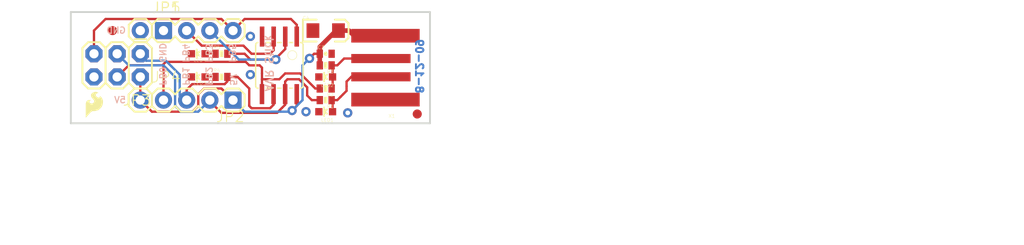
<source format=kicad_pcb>
(kicad_pcb (version 20211014) (generator pcbnew)
  (layers (0 "F.Cu" signal) (31 "B.Cu" signal) (34 "B.Paste" user) (35 "F.Paste" user) (36 "B.SilkS" user "B.Silkscreen") (37 "F.SilkS" user "F.Silkscreen") (38 "B.Mask" user) (39 "F.Mask" user) (44 "Edge.Cuts" user))
  (net 0 "")
  (net 1 "GND")
  (net 2 "VCC")
  (net 3 "N$7")
  (net 4 "N$9")
  (net 5 "D+")
  (net 6 "D-")
  (net 7 "USB-D-")
  (net 8 "USB-D+")
  (net 9 "D1")
  (net 10 "D3")
  (net 11 "D4")
  (net 12 "RST")
  (footprint "boardEagle:1X01" (layer "F.Cu") (at 136.4361 108.5596)
    (fp_text reference "JP4" (at 1.1938 -1.8288) (layer "F.SilkS") (effects (font (size 1.1684 1.1684) (thickness 0.1016)) (justify left bottom)))
    (fp_text value "M01PTH")
    (fp_line (start 1.27 -0.635) (end 0.635 -1.27) (layer "F.SilkS") (width 0.2032))
    (fp_line (start -1.27 -0.635) (end -1.27 0.635) (layer "F.SilkS") (width 0.2032))
    (fp_line (start -1.27 0.635) (end -0.635 1.27) (layer "F.SilkS") (width 0.2032))
    (fp_line (start 0.635 1.27) (end 1.27 0.635) (layer "F.SilkS") (width 0.2032))
    (fp_line (start -0.635 -1.27) (end -1.27 -0.635) (layer "F.SilkS") (width 0.2032))
    (fp_line (start 1.27 0.635) (end 1.27 -0.635) (layer "F.SilkS") (width 0.2032))
    (fp_line (start 0.635 -1.27) (end -0.635 -1.27) (layer "F.SilkS") (width 0.2032))
    (fp_line (start -0.635 1.27) (end 0.635 1.27) (layer "F.SilkS") (width 0.2032))
    (pad "1" thru_hole circle (at 0 0 90) (size 1.8796 1.8796) (drill 1.016) (layers *.Cu *.Mask) (net 2 "VCC"))
  )
  (footprint "boardEagle:0402-RES" (layer "F.Cu") (at 156.7561 108.5596 180)
    (fp_text reference "R1" (at -0.889 -0.6985) (layer "F.SilkS") (effects (font (size 0.376489 0.376489) (thickness 0.029911)) (justify right)))
    (fp_text value "68")
    (fp_poly (pts (xy -0.2032 0.3556) (xy 0.2032 0.3556) (xy 0.2032 -0.3556) (xy -0.2032 -0.3556)) (layer "F.SilkS") (width 0) (fill solid))
    (pad "1" smd rect (at -0.65 0 180) (size 0.7 0.9) (layers "F.Cu" "F.Paste" "F.Mask") (net 8 "USB-D+"))
    (pad "2" smd rect (at 0.65 0 180) (size 0.7 0.9) (layers "F.Cu" "F.Paste" "F.Mask") (net 5 "D+"))
  )
  (footprint "boardEagle:CREATIVE_COMMONS" (layer "F.Cu") (at 150.4061 121.2596)
    (fp_text reference "U$4" hide)
    (fp_text value "CREATIVE_COMMONS" hide)
  )
  (footprint "boardEagle:0402-RES" (layer "F.Cu") (at 156.7561 107.2896 180)
    (fp_text reference "R2" (at -0.889 -0.6985) (layer "F.SilkS") (effects (font (size 0.376489 0.376489) (thickness 0.029911)) (justify right)))
    (fp_text value "68")
    (fp_poly (pts (xy -0.2032 0.3556) (xy 0.2032 0.3556) (xy 0.2032 -0.3556) (xy -0.2032 -0.3556)) (layer "F.SilkS") (width 0) (fill solid))
    (pad "1" smd rect (at -0.65 0 180) (size 0.7 0.9) (layers "F.Cu" "F.Paste" "F.Mask") (net 7 "USB-D-"))
    (pad "2" smd rect (at 0.65 0 180) (size 0.7 0.9) (layers "F.Cu" "F.Paste" "F.Mask") (net 6 "D-"))
  )
  (footprint "boardEagle:0402-CAP" (layer "F.Cu") (at 156.7561 103.4796)
    (fp_text reference "C3" (at -0.889 -0.6985) (layer "F.SilkS") (effects (font (size 0.376489 0.376489) (thickness 0.029911)) (justify left)))
    (fp_text value "0.1uF")
    (fp_line (start 0 -0.0305) (end 0 0.0305) (layer "F.SilkS") (width 0.4064))
    (pad "1" smd rect (at -0.65 0) (size 0.7 0.9) (layers "F.Cu" "F.Paste" "F.Mask") (net 2 "VCC"))
    (pad "2" smd rect (at 0.65 0) (size 0.7 0.9) (layers "F.Cu" "F.Paste" "F.Mask") (net 1 "GND"))
  )
  (footprint "boardEagle:FIDUCIAL-1X2" (layer "F.Cu") (at 166.7891 110.0836)
    (fp_text reference "U$2" hide)
    (fp_text value "FIDUCIAL1X2" hide)
    (pad "1" smd roundrect (at 0 0) (size 1 1) (layers "F.Cu" "F.Mask") (roundrect_rratio 0.5))
  )
  (footprint "boardEagle:1X04" (layer "F.Cu") (at 138.9761 100.9396)
    (fp_text reference "JP1" (at -1.3462 -1.8288) (layer "F.SilkS") (effects (font (size 1.143 1.143) (thickness 0.127)) (justify left bottom)))
    (fp_text value "")
    (fp_line (start 0.635 -1.27) (end 1.27 -0.635) (layer "F.SilkS") (width 0.2032))
    (fp_line (start 6.985 -1.27) (end 6.35 -0.635) (layer "F.SilkS") (width 0.2032))
    (fp_line (start 1.27 -0.635) (end 1.905 -1.27) (layer "F.SilkS") (width 0.2032))
    (fp_line (start -0.635 -1.27) (end -1.27 -0.635) (layer "F.SilkS") (width 0.2032))
    (fp_line (start 1.27 0.635) (end 0.635 1.27) (layer "F.SilkS") (width 0.2032))
    (fp_line (start 3.81 -0.635) (end 4.445 -1.27) (layer "F.SilkS") (width 0.2032))
    (fp_line (start -0.635 -1.27) (end 0.635 -1.27) (layer "F.SilkS") (width 0.2032))
    (fp_line (start -1.27 -0.635) (end -1.27 0.635) (layer "F.SilkS") (width 0.2032))
    (fp_line (start 6.35 0.635) (end 5.715 1.27) (layer "F.SilkS") (width 0.2032))
    (fp_line (start 3.81 0.635) (end 3.175 1.27) (layer "F.SilkS") (width 0.2032))
    (fp_line (start 6.985 -1.27) (end 8.255 -1.27) (layer "F.SilkS") (width 0.2032))
    (fp_line (start 5.715 1.27) (end 4.445 1.27) (layer "F.SilkS") (width 0.2032))
    (fp_line (start 1.905 -1.27) (end 3.175 -1.27) (layer "F.SilkS") (width 0.2032))
    (fp_line (start 0.635 1.27) (end -0.635 1.27) (layer "F.SilkS") (width 0.2032))
    (fp_line (start -1.27 0.635) (end -0.635 1.27) (layer "F.SilkS") (width 0.2032))
    (fp_line (start 8.89 -0.635) (end 8.89 0.635) (layer "F.SilkS") (width 0.2032))
    (fp_line (start 8.255 1.27) (end 6.985 1.27) (layer "F.SilkS") (width 0.2032))
    (fp_line (start 3.175 -1.27) (end 3.81 -0.635) (layer "F.SilkS") (width 0.2032))
    (fp_line (start 4.445 1.27) (end 3.81 0.635) (layer "F.SilkS") (width 0.2032))
    (fp_line (start 4.445 -1.27) (end 5.715 -1.27) (layer "F.SilkS") (width 0.2032))
    (fp_line (start 8.255 -1.27) (end 8.89 -0.635) (layer "F.SilkS") (width 0.2032))
    (fp_line (start 6.35 0.635) (end 6.985 1.27) (layer "F.SilkS") (width 0.2032))
    (fp_line (start 8.89 0.635) (end 8.255 1.27) (layer "F.SilkS") (width 0.2032))
    (fp_line (start 1.905 1.27) (end 1.27 0.635) (layer "F.SilkS") (width 0.2032))
    (fp_line (start 5.715 -1.27) (end 6.35 -0.635) (layer "F.SilkS") (width 0.2032))
    (fp_line (start 3.175 1.27) (end 1.905 1.27) (layer "F.SilkS") (width 0.2032))
    (pad "1" thru_hole rect (at 0 0 90) (size 1.8796 1.8796) (drill 1.016) (layers *.Cu *.Mask) (net 1 "GND"))
    (pad "2" thru_hole circle (at 2.54 0 90) (size 1.8796 1.8796) (drill 1.016) (layers *.Cu *.Mask) (net 11 "D4"))
    (pad "3" thru_hole circle (at 5.08 0 90) (size 1.8796 1.8796) (drill 1.016) (layers *.Cu *.Mask) (net 10 "D3"))
    (pad "4" thru_hole circle (at 7.62 0 90) (size 1.8796 1.8796) (drill 1.016) (layers *.Cu *.Mask) (net 12 "RST"))
  )
  (footprint "boardEagle:LED-0603" (layer "F.Cu") (at 142.7861 106.0196 90)
    (fp_text reference "LED3" (at -0.6985 0.889) (layer "F.SilkS") (effects (font (size 0.376489 0.376489) (thickness 0.029911)) (justify right)))
    (fp_text value "White?")
    (fp_line (start -0.46 -0.17) (end 0 -0.17) (layer "F.SilkS") (width 0.2032))
    (fp_line (start -0.0254 -0.1546) (end -0.2184 0.14) (layer "F.SilkS") (width 0.2032))
    (fp_line (start 0.46 -0.17) (end 0 -0.17) (layer "F.SilkS") (width 0.2032))
    (fp_line (start 0 -0.17) (end 0.2338 0.14) (layer "F.SilkS") (width 0.2032))
    (pad "A" smd rect (at 0 0.75 90) (size 0.8 0.8) (layers "F.Cu" "F.Paste" "F.Mask") (net 3 "N$7"))
    (pad "C" smd rect (at 0 -0.75 90) (size 0.8 0.8) (layers "F.Cu" "F.Paste" "F.Mask") (net 1 "GND"))
  )
  (footprint "boardEagle:LED-0603" (layer "F.Cu") (at 142.7861 103.4796 90)
    (fp_text reference "LED4" (at -0.6985 0.889) (layer "F.SilkS") (effects (font (size 0.376489 0.376489) (thickness 0.029911)) (justify right)))
    (fp_text value "Yellow")
    (fp_line (start -0.46 -0.17) (end 0 -0.17) (layer "F.SilkS") (width 0.2032))
    (fp_line (start -0.0254 -0.1546) (end -0.2184 0.14) (layer "F.SilkS") (width 0.2032))
    (fp_line (start 0.46 -0.17) (end 0 -0.17) (layer "F.SilkS") (width 0.2032))
    (fp_line (start 0 -0.17) (end 0.2338 0.14) (layer "F.SilkS") (width 0.2032))
    (pad "A" smd rect (at 0 0.75 90) (size 0.8 0.8) (layers "F.Cu" "F.Paste" "F.Mask") (net 4 "N$9"))
    (pad "C" smd rect (at 0 -0.75 90) (size 0.8 0.8) (layers "F.Cu" "F.Paste" "F.Mask") (net 1 "GND"))
  )
  (footprint "boardEagle:0402-RES" (layer "F.Cu") (at 145.3261 106.0196)
    (fp_text reference "R4" (at -0.889 -0.6985) (layer "F.SilkS") (effects (font (size 0.376489 0.376489) (thickness 0.029911)) (justify left)))
    (fp_text value "470")
    (fp_poly (pts (xy -0.2032 0.3556) (xy 0.2032 0.3556) (xy 0.2032 -0.3556) (xy -0.2032 -0.3556)) (layer "F.SilkS") (width 0) (fill solid))
    (pad "1" smd rect (at -0.65 0) (size 0.7 0.9) (layers "F.Cu" "F.Paste" "F.Mask") (net 3 "N$7"))
    (pad "2" smd rect (at 0.65 0) (size 0.7 0.9) (layers "F.Cu" "F.Paste" "F.Mask") (net 9 "D1"))
  )
  (footprint "boardEagle:2X3" (layer "F.Cu") (at 136.4361 103.4796 180)
    (fp_text reference "JP3" (at -1.27 -4.445 180) (layer "F.SilkS") (effects (font (size 1.143 1.143) (thickness 0.127)) (justify right top)))
    (fp_text value "AVR_SPI_PRG_6PTH")
    (fp_line (start 5.715 1.27) (end 6.35 0.635) (layer "F.SilkS") (width 0.2032))
    (fp_line (start -1.27 0.635) (end -1.27 -3.175) (layer "F.SilkS") (width 0.2032))
    (fp_line (start 3.81 -3.175) (end 4.445 -3.81) (layer "F.SilkS") (width 0.2032))
    (fp_line (start 1.27 -3.175) (end 1.905 -3.81) (layer "F.SilkS") (width 0.2032))
    (fp_line (start 3.81 0.635) (end 4.445 1.27) (layer "F.SilkS") (width 0.2032))
    (fp_line (start -1.27 0.635) (end -0.635 1.27) (layer "F.SilkS") (width 0.2032))
    (fp_line (start 4.445 1.27) (end 5.715 1.27) (layer "F.SilkS") (width 0.2032))
    (fp_line (start -0.635 -3.81) (end 0.635 -3.81) (layer "F.SilkS") (width 0.2032))
    (fp_line (start 0.635 1.605) (end -0.635 1.605) (layer "F.SilkS") (width 0.2032))
    (fp_line (start 0.635 -3.81) (end 1.27 -3.175) (layer "F.SilkS") (width 0.2032))
    (fp_line (start 3.175 -3.81) (end 3.81 -3.175) (layer "F.SilkS") (width 0.2032))
    (fp_line (start 6.35 -3.175) (end 6.35 0.635) (layer "F.SilkS") (width 0.2032))
    (fp_line (start 5.715 -3.81) (end 6.35 -3.175) (layer "F.SilkS") (width 0.2032))
    (fp_line (start 1.27 -3.175) (end 1.27 0.635) (layer "F.SilkS") (width 0.2032))
    (fp_line (start 0.635 1.27) (end 1.27 0.635) (layer "F.SilkS") (width 0.2032))
    (fp_line (start -0.635 1.27) (end 0.635 1.27) (layer "F.SilkS") (width 0.2032))
    (fp_line (start 1.905 1.27) (end 3.175 1.27) (layer "F.SilkS") (width 0.2032))
    (fp_line (start 3.81 -3.175) (end 3.81 0.635) (layer "F.SilkS") (width 0.2032))
    (fp_line (start 3.175 1.27) (end 3.81 0.635) (layer "F.SilkS") (width 0.2032))
    (fp_line (start 4.445 -3.81) (end 5.715 -3.81) (layer "F.SilkS") (width 0.2032))
    (fp_line (start -1.27 -3.175) (end -0.635 -3.81) (layer "F.SilkS") (width 0.2032))
    (fp_line (start 1.905 -3.81) (end 3.175 -3.81) (layer "F.SilkS") (width 0.2032))
    (fp_line (start 1.27 0.635) (end 1.905 1.27) (layer "F.SilkS") (width 0.2032))
    (pad "1" thru_hole roundrect (at 0 0 180) (size 1.8796 1.8796) (drill 1.016) (layers *.Cu *.Mask) (chamfer_ratio 0.2928932188) (chamfer top_left top_right bottom_left bottom_right) (net 9 "D1"))
    (pad "2" thru_hole roundrect (at 0 -2.54 180) (size 1.8796 1.8796) (drill 1.016) (layers *.Cu *.Mask) (chamfer_ratio 0.2928932188) (chamfer top_left top_right bottom_left bottom_right) (net 2 "VCC"))
    (pad "3" thru_hole roundrect (at 2.54 0 180) (size 1.8796 1.8796) (drill 1.016) (layers *.Cu *.Mask) (chamfer_ratio 0.2928932188) (chamfer top_left top_right bottom_left bottom_right) (net 5 "D+"))
    (pad "4" thru_hole roundrect (at 2.54 -2.54 180) (size 1.8796 1.8796) (drill 1.016) (layers *.Cu *.Mask) (chamfer_ratio 0.2928932188) (chamfer top_left top_right bottom_left bottom_right) (net 6 "D-"))
    (pad "5" thru_hole roundrect (at 5.08 0 180) (size 1.8796 1.8796) (drill 1.016) (layers *.Cu *.Mask) (chamfer_ratio 0.2928932188) (chamfer top_left top_right bottom_left bottom_right) (net 12 "RST"))
    (pad "6" thru_hole roundrect (at 5.08 -2.54 180) (size 1.8796 1.8796) (drill 1.016) (layers *.Cu *.Mask) (chamfer_ratio 0.2928932188) (chamfer top_left top_right bottom_left bottom_right) (net 1 "GND"))
  )
  (footprint "boardEagle:0402-RES" (layer "F.Cu") (at 145.3261 103.4796)
    (fp_text reference "R5" (at -0.889 -0.6985) (layer "F.SilkS") (effects (font (size 0.376489 0.376489) (thickness 0.029911)) (justify left)))
    (fp_text value "470")
    (fp_poly (pts (xy -0.2032 0.3556) (xy 0.2032 0.3556) (xy 0.2032 -0.3556) (xy -0.2032 -0.3556)) (layer "F.SilkS") (width 0) (fill solid))
    (pad "1" smd rect (at -0.65 0) (size 0.7 0.9) (layers "F.Cu" "F.Paste" "F.Mask") (net 4 "N$9"))
    (pad "2" smd rect (at 0.65 0) (size 0.7 0.9) (layers "F.Cu" "F.Paste" "F.Mask") (net 10 "D3"))
  )
  (footprint "boardEagle:FIDUCIAL-1X2" (layer "F.Cu") (at 133.3881 100.9396)
    (fp_text reference "U$3" hide)
    (fp_text value "FIDUCIAL1X2" hide)
    (pad "1" smd roundrect (at 0 0) (size 1 1) (layers "F.Cu" "F.Mask") (roundrect_rratio 0.5))
  )
  (footprint "boardEagle:1X01" (layer "F.Cu") (at 136.4361 100.9396)
    (fp_text reference "JP5" (at 1.1938 -1.8288) (layer "F.SilkS") (effects (font (size 1.1684 1.1684) (thickness 0.1016)) (justify left bottom)))
    (fp_text value "M01PTH")
    (fp_line (start 0.635 -1.27) (end -0.635 -1.27) (layer "F.SilkS") (width 0.2032))
    (fp_line (start 1.27 -0.635) (end 0.635 -1.27) (layer "F.SilkS") (width 0.2032))
    (fp_line (start -1.27 -0.635) (end -1.27 0.635) (layer "F.SilkS") (width 0.2032))
    (fp_line (start -0.635 -1.27) (end -1.27 -0.635) (layer "F.SilkS") (width 0.2032))
    (fp_line (start 0.635 1.27) (end 1.27 0.635) (layer "F.SilkS") (width 0.2032))
    (fp_line (start 1.27 0.635) (end 1.27 -0.635) (layer "F.SilkS") (width 0.2032))
    (fp_line (start -0.635 1.27) (end 0.635 1.27) (layer "F.SilkS") (width 0.2032))
    (fp_line (start -1.27 0.635) (end -0.635 1.27) (layer "F.SilkS") (width 0.2032))
    (pad "1" thru_hole circle (at 0 0 90) (size 1.8796 1.8796) (drill 1.016) (layers *.Cu *.Mask) (net 1 "GND"))
  )
  (footprint "boardEagle:LED-0603" (layer "F.Cu") (at 156.7561 109.8296 90)
    (fp_text reference "LED1" (at -0.6985 0.889 180) (layer "F.SilkS") (effects (font (size 0.373888 0.373888) (thickness 0.032512)) (justify right top)))
    (fp_text value "Blue")
    (fp_line (start 0.46 -0.17) (end 0 -0.17) (layer "F.SilkS") (width 0.2032))
    (fp_line (start -0.0254 -0.1546) (end -0.2184 0.14) (layer "F.SilkS") (width 0.2032))
    (fp_line (start -0.46 -0.17) (end 0 -0.17) (layer "F.SilkS") (width 0.2032))
    (fp_line (start 0 -0.17) (end 0.2338 0.14) (layer "F.SilkS") (width 0.2032))
    (pad "A" smd rect (at 0 0.75 90) (size 0.8 0.8) (layers "F.Cu" "F.Paste" "F.Mask") (net 8 "USB-D+"))
    (pad "C" smd rect (at 0 -0.75 90) (size 0.8 0.8) (layers "F.Cu" "F.Paste" "F.Mask") (net 1 "GND"))
  )
  (footprint "boardEagle:1X04" (layer "F.Cu") (at 146.5961 108.5596 180)
    (fp_text reference "JP2" (at -1.3462 -1.8288) (layer "F.SilkS") (effects (font (size 1.1557 1.1557) (thickness 0.1143)) (justify right)))
    (fp_text value "")
    (fp_line (start 6.35 0.635) (end 5.715 1.27) (layer "F.SilkS") (width 0.2032))
    (fp_line (start 5.715 -1.27) (end 6.35 -0.635) (layer "F.SilkS") (width 0.2032))
    (fp_line (start 5.715 1.27) (end 4.445 1.27) (layer "F.SilkS") (width 0.2032))
    (fp_line (start 1.905 1.27) (end 1.27 0.635) (layer "F.SilkS") (width 0.2032))
    (fp_line (start 0.635 1.27) (end -0.635 1.27) (layer "F.SilkS") (width 0.2032))
    (fp_line (start 6.985 -1.27) (end 6.35 -0.635) (layer "F.SilkS") (width 0.2032))
    (fp_line (start -1.27 -0.635) (end -1.27 0.635) (layer "F.SilkS") (width 0.2032))
    (fp_line (start 8.255 1.27) (end 6.985 1.27) (layer "F.SilkS") (width 0.2032))
    (fp_line (start 3.81 0.635) (end 3.175 1.27) (layer "F.SilkS") (width 0.2032))
    (fp_line (start -0.635 -1.27) (end -1.27 -0.635) (layer "F.SilkS") (width 0.2032))
    (fp_line (start 4.445 1.27) (end 3.81 0.635) (layer "F.SilkS") (width 0.2032))
    (fp_line (start 6.985 -1.27) (end 8.255 -1.27) (layer "F.SilkS") (width 0.2032))
    (fp_line (start 8.255 -1.27) (end 8.89 -0.635) (layer "F.SilkS") (width 0.2032))
    (fp_line (start 1.27 -0.635) (end 1.905 -1.27) (layer "F.SilkS") (width 0.2032))
    (fp_line (start 0.635 -1.27) (end 1.27 -0.635) (layer "F.SilkS") (width 0.2032))
    (fp_line (start 3.175 1.27) (end 1.905 1.27) (layer "F.SilkS") (width 0.2032))
    (fp_line (start 1.905 -1.27) (end 3.175 -1.27) (layer "F.SilkS") (width 0.2032))
    (fp_line (start 8.89 -0.635) (end 8.89 0.635) (layer "F.SilkS") (width 0.2032))
    (fp_line (start -0.635 -1.27) (end 0.635 -1.27) (layer "F.SilkS") (width 0.2032))
    (fp_line (start 3.81 -0.635) (end 4.445 -1.27) (layer "F.SilkS") (width 0.2032))
    (fp_line (start 3.175 -1.27) (end 3.81 -0.635) (layer "F.SilkS") (width 0.2032))
    (fp_line (start 6.35 0.635) (end 6.985 1.27) (layer "F.SilkS") (width 0.2032))
    (fp_line (start 1.27 0.635) (end 0.635 1.27) (layer "F.SilkS") (width 0.2032))
    (fp_line (start 8.89 0.635) (end 8.255 1.27) (layer "F.SilkS") (width 0.2032))
    (fp_line (start -1.27 0.635) (end -0.635 1.27) (layer "F.SilkS") (width 0.2032))
    (fp_line (start 4.445 -1.27) (end 5.715 -1.27) (layer "F.SilkS") (width 0.2032))
    (pad "1" thru_hole rect (at 0 0 270) (size 1.8796 1.8796) (drill 1.016) (layers *.Cu *.Mask) (net 2 "VCC"))
    (pad "2" thru_hole circle (at 2.54 0 270) (size 1.8796 1.8796) (drill 1.016) (layers *.Cu *.Mask) (net 5 "D+"))
    (pad "3" thru_hole circle (at 5.08 0 270) (size 1.8796 1.8796) (drill 1.016) (layers *.Cu *.Mask) (net 9 "D1"))
    (pad "4" thru_hole circle (at 7.62 0 270) (size 1.8796 1.8796) (drill 1.016) (layers *.Cu *.Mask) (net 6 "D-"))
  )
  (footprint "boardEagle:USB-A-PCB" (layer "F.Cu") (at 163.1061 105.0036 180)
    (fp_text reference "X1" (at -1.27 -5.08 180) (layer "F.SilkS") (effects (font (size 0.373888 0.373888) (thickness 0.032512)) (justify right top)))
    (fp_text value "USBPCB")
    (pad "5V" smd rect (at -0.2 3.5 180) (size 7.5 1.5) (layers "F.Cu" "F.Paste" "F.Mask") (net 2 "VCC"))
    (pad "GND" smd rect (at -0.2 -3.5 180) (size 7.5 1.5) (layers "F.Cu" "F.Paste" "F.Mask") (net 1 "GND"))
    (pad "USB_M" smd rect (at 0.3 1 180) (size 6.5 1) (layers "F.Cu" "F.Paste" "F.Mask") (net 7 "USB-D-"))
    (pad "USB_P" smd rect (at 0.3 -1 180) (size 6.5 1) (layers "F.Cu" "F.Paste" "F.Mask") (net 8 "USB-D+"))
  )
  (footprint "boardEagle:SFE-LOGO-FLAME" (layer "F.Cu") (at 130.4671 110.4646)
    (fp_text reference "U$1" hide)
    (fp_text value "LOGO-SFESK" hide)
    (fp_poly (pts (xy 1.126002 -2.808203) (xy 1.215449 -2.785829) (xy 1.228477 -2.780783) (xy 1.240149 -2.774875) (xy 1.25686 -2.766576) (xy 1.275552 -2.759834) (xy 1.371694 -2.7026) (xy 1.3793 -2.7026) (xy 1.3793 -2.6772) (xy 1.306833 -2.6772) (xy 1.208418 -2.657914) (xy 1.074855 -2.495286) (xy 1.079365 -2.436825) (xy 1.12809 -2.341869) (xy 1.204666 -2.265196) (xy 1.294069 -2.200638) (xy 1.369348 -2.168824) (xy 1.450737 -2.171632) (xy 1.458864 -2.174186) (xy 1.466257 -2.177389) (xy 1.530514 -2.236956) (xy 1.5368 -2.259812) (xy 1.5368 -2.377938) (xy 1.763707 -2.148127) (xy 1.868186 -1.856841) (xy 1.871603 -1.856894) (xy 1.87806 -1.650435) (xy 1.848857 -1.45742) (xy 1.785308 -1.272842) (xy 1.6663 -1.061578) (xy 1.6663 -1.080581) (xy 1.378131 -0.80901) (xy 0.982239 -0.6985) (xy 0.753005 -0.6985) (xy 0.716201 -0.692046) (xy 0.681776 -0.679592) (xy 0.496322 -0.541784) (xy -0.0126 0.03091) (xy -0.0126 -1.52077) (xy 0.060004 -1.761967) (xy 0.168295 -1.865489) (xy 0.307122 -1.917522) (xy 0.4039 -1.925089) (xy 0.499384 -1.917623) (xy 0.55991 -1.908099) (xy 0.557788 -1.884433) (xy 0.522216 -1.885242) (xy 0.501784 -1.876141) (xy 0.420519 -1.817154) (xy 0.400722 -1.79067) (xy 0.390395 -1.7285) (xy 0.400905 -1.665229) (xy 0.421405 -1.625174) (xy 0.452343 -1.592685) (xy 0.546535 -1.54355) (xy 0.652229 -1.531742) (xy 0.742768 -1.550084) (xy 0.82422 -1.589656) (xy 0.92203 -1.754659) (xy 0.907706 -1.848844) (xy 0.850914 -1.930401) (xy 0.584707 -2.263237) (xy 0.561667 -2.510855) (xy 0.627495 -2.621556) (xy 0.629042 -2.623103) (xy 0.778901 -2.74712) (xy 1.032676 -2.817064)) (layer "F.SilkS") (width 0) (fill solid))
  )
  (footprint "boardEagle:EIA3216" (layer "F.Cu") (at 156.7561 100.9396)
    (fp_text reference "C4" (at -2.54 -1.381) (layer "F.SilkS") (effects (font (size 0.376489 0.376489) (thickness 0.029911)) (justify left)))
    (fp_text value "10uF")
    (fp_line (start 2.1 1.2) (end 2.5 0.8) (layer "F.SilkS") (width 0.2032))
    (fp_line (start 2.5 -0.8) (end 2.1 -1.2) (layer "F.SilkS") (width 0.2032))
    (fp_line (start -2.5 1.2) (end -2.5 -1.2) (layer "F.SilkS") (width 0.2032))
    (fp_line (start 2.1 -1.2) (end 1 -1.2) (layer "F.SilkS") (width 0.2032))
    (fp_line (start -2.5 -1.2) (end -1 -1.2) (layer "F.SilkS") (width 0.2032))
    (fp_line (start 2.5 0.8) (end 2.5 -0.8) (layer "F.SilkS") (width 0.2032))
    (fp_line (start -1 1.2) (end -2.5 1.2) (layer "F.SilkS") (width 0.2032))
    (fp_line (start 1 1.2) (end 2.1 1.2) (layer "F.SilkS") (width 0.2032))
    (pad "A" smd rect (at 1.4 0 90) (size 1.6 1.4) (layers "F.Cu" "F.Paste" "F.Mask") (net 2 "VCC"))
    (pad "C" smd rect (at -1.4 0 90) (size 1.6 1.4) (layers "F.Cu" "F.Paste" "F.Mask") (net 1 "GND"))
  )
  (footprint "boardEagle:0402-RES" (layer "F.Cu") (at 156.7561 104.7496 180)
    (fp_text reference "R3" (at -0.889 -0.6985) (layer "F.SilkS") (effects (font (size 0.376489 0.376489) (thickness 0.029911)) (justify right)))
    (fp_text value "1.5K")
    (fp_poly (pts (xy -0.2032 0.3556) (xy 0.2032 0.3556) (xy 0.2032 -0.3556) (xy -0.2032 -0.3556)) (layer "F.SilkS") (width 0) (fill solid))
    (pad "1" smd rect (at -0.65 0 180) (size 0.7 0.9) (layers "F.Cu" "F.Paste" "F.Mask") (net 7 "USB-D-"))
    (pad "2" smd rect (at 0.65 0 180) (size 0.7 0.9) (layers "F.Cu" "F.Paste" "F.Mask") (net 2 "VCC"))
  )
  (footprint "boardEagle:LED-0603" (layer "F.Cu") (at 156.7561 106.0196 90)
    (fp_text reference "LED2" (at -0.6985 0.889 180) (layer "F.SilkS") (effects (font (size 0.373888 0.373888) (thickness 0.032512)) (justify right top)))
    (fp_text value "Blue")
    (fp_line (start -0.0254 -0.1546) (end -0.2184 0.14) (layer "F.SilkS") (width 0.2032))
    (fp_line (start 0.46 -0.17) (end 0 -0.17) (layer "F.SilkS") (width 0.2032))
    (fp_line (start 0 -0.17) (end 0.2338 0.14) (layer "F.SilkS") (width 0.2032))
    (fp_line (start -0.46 -0.17) (end 0 -0.17) (layer "F.SilkS") (width 0.2032))
    (pad "A" smd rect (at 0 0.75 90) (size 0.8 0.8) (layers "F.Cu" "F.Paste" "F.Mask") (net 7 "USB-D-"))
    (pad "C" smd rect (at 0 -0.75 90) (size 0.8 0.8) (layers "F.Cu" "F.Paste" "F.Mask") (net 1 "GND"))
  )
  (footprint "boardEagle:SOIC8" (layer "F.Cu") (at 151.6761 104.7496 180)
    (fp_text reference "IC1" hide)
    (fp_text value "TINY85S" hide)
    (fp_line (start 2.6 2.25) (end 2.6 -2.25) (layer "F.SilkS") (width 0.1524))
    (fp_line (start -1.397 -2.5) (end -1.143 -2.5) (layer "F.SilkS") (width 0.1524))
    (fp_line (start -2.337 -2.5) (end -2.34 -2.5) (layer "F.SilkS") (width 0.1524))
    (fp_line (start 1.463 2.5) (end 1.067 2.5) (layer "F.SilkS") (width 0.1524))
    (fp_line (start 1.077 -2.5) (end 1.463 -2.5) (layer "F.SilkS") (width 0.1524))
    (fp_line (start -0.193 -2.5) (end 0.193 -2.5) (layer "F.SilkS") (width 0.1524))
    (fp_line (start -2.337 2.5) (end -2.34 2.5) (layer "F.SilkS") (width 0.1524))
    (fp_line (start -1.077 2.5) (end -1.463 2.5) (layer "F.SilkS") (width 0.1524))
    (fp_line (start 2.35 -2.5) (end 2.36 -2.5) (layer "F.SilkS") (width 0.1524))
    (fp_line (start 1.463 2.5) (end 1.067 2.5) (layer "F.SilkS") (width 0.1524))
    (fp_line (start -2.6 -2.25) (end -2.6 2.24) (layer "F.SilkS") (width 0.1524))
    (fp_line (start 0.193 2.5) (end -0.203 2.5) (layer "F.SilkS") (width 0.1524))
    (fp_line (start 2.337 -2.5) (end 2.35 -2.5) (layer "F.SilkS") (width 0.1524))
    (fp_arc (start -2.35 2.5) (mid -2.526777 2.426777) (end -2.6 2.25) (layer "F.SilkS") (width 0.1524))
    (fp_arc (start -2.6 -2.25) (mid -2.526777 -2.426777) (end -2.35 -2.5) (layer "F.SilkS") (width 0.1524))
    (fp_arc (start 2.35 -2.5) (mid 2.526777 -2.426777) (end 2.6 -2.25) (layer "F.SilkS") (width 0.1524))
    (fp_arc (start 2.6 2.25) (mid 2.526777 2.426777) (end 2.35 2.5) (layer "F.SilkS") (width 0.1524))
    (fp_circle (center -1.42 1.115) (end -0.92 1.115) (layer "F.SilkS") (width 0.0508) (fill none))
    (pad "1" smd rect (at -1.905 3.154 180) (size 0.5 2.2) (layers "F.Cu" "F.Paste" "F.Mask") (net 12 "RST"))
    (pad "2" smd rect (at -0.645 3.154 180) (size 0.5 2.2) (layers "F.Cu" "F.Paste" "F.Mask") (net 10 "D3"))
    (pad "3" smd rect (at 0.625 3.154 180) (size 0.5 2.2) (layers "F.Cu" "F.Paste" "F.Mask") (net 11 "D4"))
    (pad "4" smd rect (at 1.895 3.154 180) (size 0.5 2.2) (layers "F.Cu" "F.Paste" "F.Mask") (net 1 "GND"))
    (pad "5" smd rect (at 1.905 -3.154 180) (size 0.5 2.2) (layers "F.Cu" "F.Paste" "F.Mask") (net 6 "D-"))
    (pad "6" smd rect (at 0.635 -3.154 180) (size 0.5 2.2) (layers "F.Cu" "F.Paste" "F.Mask") (net 9 "D1"))
    (pad "7" smd rect (at -0.635 -3.154 180) (size 0.5 2.2) (layers "F.Cu" "F.Paste" "F.Mask") (net 5 "D+"))
    (pad "8" smd rect (at -1.905 -3.154 180) (size 0.5 2.2) (layers "F.Cu" "F.Paste" "F.Mask") (net 2 "VCC"))
  )
  (gr_line (start 128.8161 98.9076) (end 128.8161 111.0996) (layer "Edge.Cuts") (width 0.2032))
  (gr_line (start 168.1861 98.9076) (end 128.8161 98.9076) (layer "Edge.Cuts") (width 0.2032))
  (gr_line (start 168.1861 111.0996) (end 168.1861 98.9076) (layer "Edge.Cuts") (width 0.2032))
  (gr_line (start 128.8161 111.0996) (end 168.1861 111.0996) (layer "Edge.Cuts") (width 0.2032))
  (gr_text "8-12-09" (at 166.5351 107.9246 -90) (layer "B.Cu") (effects (font (size 0.8128 0.8128) (thickness 0.2032)) (justify left bottom mirror)))
  (gr_text "5V" (at 134.9121 108.9406) (layer "B.SilkS") (effects (font (size 0.69088 0.69088) (thickness 0.12192)) (justify left bottom mirror)))
  (gr_text "AVR Stick" (at 151.0411 101.3206 -90) (layer "B.SilkS") (effects (font (size 0.8636 0.8636) (thickness 0.1524)) (justify right top mirror)))
  (gr_text "5V" (at 146.2151 107.0356 -90) (layer "B.SilkS") (effects (font (size 0.69088 0.69088) (thickness 0.12192)) (justify left bottom mirror)))
  (gr_text "PB5" (at 146.0881 104.4956 -90) (layer "B.SilkS") (effects (font (size 0.69088 0.69088) (thickness 0.12192)) (justify left bottom mirror)))
  (gr_text "PB2" (at 143.5481 107.0356 -90) (layer "B.SilkS") (effects (font (size 0.69088 0.69088) (thickness 0.12192)) (justify left bottom mirror)))
  (gr_text "GND" (at 138.4681 104.4956 -90) (layer "B.SilkS") (effects (font (size 0.69088 0.69088) (thickness 0.12192)) (justify left bottom mirror)))
  (gr_text "PB1" (at 141.0081 107.0356 -90) (layer "B.SilkS") (effects (font (size 0.69088 0.69088) (thickness 0.12192)) (justify left bottom mirror)))
  (gr_text "PB0" (at 138.4681 107.0356 -90) (layer "B.SilkS") (effects (font (size 0.69088 0.69088) (thickness 0.12192)) (justify left bottom mirror)))
  (gr_text "PB4" (at 141.0081 104.4956 -90) (layer "B.SilkS") (effects (font (size 0.69088 0.69088) (thickness 0.12192)) (justify left bottom mirror)))
  (gr_text "PB3" (at 143.5481 104.4956 -90) (layer "B.SilkS") (effects (font (size 0.69088 0.69088) (thickness 0.12192)) (justify left bottom mirror)))
  (gr_text "GND" (at 134.9121 101.3206) (layer "B.SilkS") (effects (font (size 0.69088 0.69088) (thickness 0.12192)) (justify left bottom mirror)))
  (via (at 159.1691 109.9566) (size 1.016) (drill 0.508) (layers "F.Cu" "B.Cu") (net 1))
  (via (at 148.5011 101.5746) (size 1.016) (drill 0.508) (layers "F.Cu" "B.Cu") (net 1))
  (via (at 148.5011 105.7656) (size 1.016) (drill 0.508) (layers "F.Cu" "B.Cu") (net 1))
  (via (at 154.5971 109.8296) (size 1.016) (drill 0.508) (layers "F.Cu" "B.Cu") (net 1))
  (segment (start 159.2961 100.9396) (end 159.8601 101.5036) (width 0.508) (layer "F.Cu") (net 2))
  (segment (start 159.1691 100.9396) (end 159.2961 100.9396) (width 0.508) (layer "F.Cu") (net 2))
  (segment (start 137.7061 109.8296) (end 142.1511 109.8296) (width 0.254) (layer "F.Cu") (net 2))
  (segment (start 154.9781 103.9876) (end 155.4861 103.4796) (width 0.254) (layer "F.Cu") (net 2))
  (segment (start 159.8601 101.5036) (end 163.3061 101.5036) (width 0.508) (layer "F.Cu") (net 2))
  (segment (start 145.4531 107.4166) (end 146.5961 108.5596) (width 0.254) (layer "F.Cu") (net 2))
  (segment (start 156.1061 103.4796) (end 156.1061 104.7496) (width 0.508) (layer "F.Cu") (net 2))
  (segment (start 142.1511 109.8296) (end 142.7861 109.1946) (width 0.254) (layer "F.Cu") (net 2))
  (segment (start 145.3261 107.2896) (end 145.4531 107.4166) (width 0.254) (layer "F.Cu") (net 2))
  (segment (start 153.0731 109.7026) (end 153.5811 109.1946) (width 0.254) (layer "F.Cu") (net 2))
  (segment (start 153.5811 109.1946) (end 153.5811 107.9036) (width 0.254) (layer "F.Cu") (net 2))
  (segment (start 145.1991 107.2896) (end 145.3261 107.2896) (width 0.254) (layer "F.Cu") (net 2))
  (segment (start 143.4211 107.2896) (end 145.1991 107.2896) (width 0.254) (layer "F.Cu") (net 2))
  (segment (start 156.1211 102.7176) (end 157.8991 100.9396) (width 0.508) (layer "F.Cu") (net 2))
  (segment (start 156.1211 103.4646) (end 156.1211 102.7176) (width 0.508) (layer "F.Cu") (net 2))
  (segment (start 142.7861 107.9246) (end 143.2941 107.4166) (width 0.254) (layer "F.Cu") (net 2))
  (segment (start 136.4361 108.5596) (end 136.4361 106.0196) (width 0.254) (layer "F.Cu") (net 2))
  (segment (start 157.8991 100.9396) (end 158.1561 100.9396) (width 0.508) (layer "F.Cu") (net 2))
  (segment (start 143.2941 107.4166) (end 143.4211 107.2896) (width 0.254) (layer "F.Cu") (net 2))
  (segment (start 158.1561 100.9396) (end 159.1691 100.9396) (width 0.508) (layer "F.Cu") (net 2))
  (segment (start 156.1061 103.4796) (end 156.1211 103.4646) (width 0.508) (layer "F.Cu") (net 2))
  (segment (start 136.4361 108.5596) (end 137.7061 109.8296) (width 0.254) (layer "F.Cu") (net 2))
  (segment (start 155.4861 103.4796) (end 156.1061 103.4796) (width 0.254) (layer "F.Cu") (net 2))
  (segment (start 142.7861 109.1946) (end 142.7861 107.9246) (width 0.254) (layer "F.Cu") (net 2))
  (via (at 154.9781 103.9876) (size 1.016) (drill 0.508) (layers "F.Cu" "B.Cu") (net 2))
  (via (at 153.0731 109.7026) (size 1.016) (drill 0.508) (layers "F.Cu" "B.Cu") (net 2))
  (segment (start 147.8661 109.8296) (end 152.9461 109.8296) (width 0.254) (layer "B.Cu") (net 2))
  (segment (start 146.5961 108.5596) (end 147.8661 109.8296) (width 0.254) (layer "B.Cu") (net 2))
  (segment (start 154.2161 105.3846) (end 154.2161 105.0036) (width 0.254) (layer "B.Cu") (net 2))
  (segment (start 153.0731 109.7026) (end 154.2161 108.5596) (width 0.254) (layer "B.Cu") (net 2))
  (segment (start 154.8511 104.1146) (end 154.9781 103.9876) (width 0.254) (layer "B.Cu") (net 2))
  (segment (start 154.2161 108.5596) (end 154.2161 105.3846) (width 0.254) (layer "B.Cu") (net 2))
  (segment (start 154.2161 105.0036) (end 154.2161 104.7496) (width 0.254) (layer "B.Cu") (net 2))
  (segment (start 152.9461 109.8296) (end 153.0731 109.7026) (width 0.254) (layer "B.Cu") (net 2))
  (segment (start 154.2161 104.7496) (end 154.8511 104.1146) (width 0.254) (layer "B.Cu") (net 2))
  (segment (start 144.6761 106.0196) (end 143.5361 106.0196) (width 0.254) (layer "F.Cu") (net 3))
  (segment (start 144.6761 103.4796) (end 143.5361 103.4796) (width 0.254) (layer "F.Cu") (net 4))
  (segment (start 152.3111 109.0676) (end 152.3111 107.9036) (width 0.254) (layer "F.Cu") (net 5))
  (segment (start 144.0561 108.5596) (end 144.0561 108.6866) (width 0.254) (layer "F.Cu") (net 5))
  (segment (start 153.8351 106.2736) (end 154.7241 107.1626) (width 0.254) (layer "F.Cu") (net 5))
  (segment (start 145.3261 109.9566) (end 150.2791 109.9566) (width 0.254) (layer "F.Cu") (net 5))
  (segment (start 152.3111 107.9036) (end 152.3111 106.5276) (width 0.254) (layer "F.Cu") (net 5))
  (segment (start 150.2791 109.9566) (end 151.4221 109.9566) (width 0.254) (layer "F.Cu") (net 5))
  (segment (start 151.4221 109.9566) (end 151.9301 109.4486) (width 0.254) (layer "F.Cu") (net 5))
  (segment (start 151.9301 109.4486) (end 152.3111 109.0676) (width 0.254) (layer "F.Cu") (net 5))
  (segment (start 144.0561 108.6866) (end 144.1831 108.8136) (width 0.254) (layer "F.Cu") (net 5))
  (segment (start 154.7241 107.1626) (end 154.7241 108.0516) (width 0.254) (layer "F.Cu") (net 5))
  (segment (start 154.7241 108.0516) (end 155.2321 108.5596) (width 0.254) (layer "F.Cu") (net 5))
  (segment (start 155.2321 108.5596) (end 156.1061 108.5596) (width 0.254) (layer "F.Cu") (net 5))
  (segment (start 152.5651 106.2736) (end 153.8351 106.2736) (width 0.254) (layer "F.Cu") (net 5))
  (segment (start 144.1831 108.8136) (end 145.3261 109.9566) (width 0.254) (layer "F.Cu") (net 5))
  (segment (start 152.3111 106.5276) (end 152.5651 106.2736) (width 0.254) (layer "F.Cu") (net 5))
  (segment (start 140.2461 106.0196) (end 140.2461 109.1946) (width 0.254) (layer "B.Cu") (net 5))
  (segment (start 140.8811 109.8296) (end 142.7861 109.8296) (width 0.254) (layer "B.Cu") (net 5))
  (segment (start 140.2461 109.1946) (end 140.8811 109.8296) (width 0.254) (layer "B.Cu") (net 5))
  (segment (start 142.7861 109.8296) (end 144.0561 108.5596) (width 0.254) (layer "B.Cu") (net 5))
  (segment (start 133.8961 103.4796) (end 135.1661 104.7496) (width 0.254) (layer "B.Cu") (net 5))
  (segment (start 135.1661 104.7496) (end 138.9761 104.7496) (width 0.254) (layer "B.Cu") (net 5))
  (segment (start 138.9761 104.7496) (end 140.2461 106.0196) (width 0.254) (layer "B.Cu") (net 5))
  (segment (start 133.8961 106.0196) (end 135.1661 104.7496) (width 0.254) (layer "F.Cu") (net 6))
  (segment (start 151.6761 106.2736) (end 152.3111 105.6386) (width 0.254) (layer "F.Cu") (net 6))
  (segment (start 149.7711 106.2736) (end 151.6761 106.2736) (width 0.254) (layer "F.Cu") (net 6))
  (segment (start 152.3111 105.6386) (end 153.9621 105.6386) (width 0.254) (layer "F.Cu") (net 6))
  (segment (start 149.5171 104.7496) (end 149.7711 105.0036) (width 0.254) (layer "F.Cu") (net 6))
  (segment (start 138.9761 104.7496) (end 138.9761 108.5596) (width 0.254) (layer "F.Cu") (net 6))
  (segment (start 138.9761 104.7496) (end 138.9761 104.6226) (width 0.254) (layer "F.Cu") (net 6))
  (segment (start 148.3741 104.7496) (end 149.5171 104.7496) (width 0.254) (layer "F.Cu") (net 6))
  (segment (start 139.2301 104.3686) (end 147.9931 104.3686) (width 0.254) (layer "F.Cu") (net 6))
  (segment (start 147.9931 104.3686) (end 148.3741 104.7496) (width 0.254) (layer "F.Cu") (net 6))
  (segment (start 138.9761 104.6226) (end 139.2301 104.3686) (width 0.254) (layer "F.Cu") (net 6))
  (segment (start 149.7711 106.2736) (end 149.7711 107.9036) (width 0.254) (layer "F.Cu") (net 6))
  (segment (start 153.9621 105.6386) (end 155.6131 107.2896) (width 0.254) (layer "F.Cu") (net 6))
  (segment (start 149.7711 105.0036) (end 149.7711 105.6386) (width 0.254) (layer "F.Cu") (net 6))
  (segment (start 155.6131 107.2896) (end 156.1061 107.2896) (width 0.254) (layer "F.Cu") (net 6))
  (segment (start 135.1661 104.7496) (end 138.9761 104.7496) (width 0.254) (layer "F.Cu") (net 6))
  (segment (start 149.7711 105.6386) (end 149.7711 106.2736) (width 0.254) (layer "F.Cu") (net 6))
  (segment (start 157.5181 105.7656) (end 157.5181 104.8616) (width 0.254) (layer "F.Cu") (net 7))
  (segment (start 157.5061 106.0196) (end 157.5181 106.0076) (width 0.254) (layer "F.Cu") (net 7))
  (segment (start 157.4061 107.2896) (end 157.5181 107.1776) (width 0.254) (layer "F.Cu") (net 7))
  (segment (start 158.0261 104.7496) (end 158.7721 104.0036) (width 0.254) (layer "F.Cu") (net 7))
  (segment (start 157.5181 107.1776) (end 157.5181 106.2736) (width 0.254) (layer "F.Cu") (net 7))
  (segment (start 157.4061 104.7496) (end 158.0261 104.7496) (width 0.254) (layer "F.Cu") (net 7))
  (segment (start 157.5181 104.8616) (end 157.4061 104.7496) (width 0.254) (layer "F.Cu") (net 7))
  (segment (start 157.5181 106.0076) (end 157.5181 105.7656) (width 0.254) (layer "F.Cu") (net 7))
  (segment (start 158.7721 104.0036) (end 162.8061 104.0036) (width 0.254) (layer "F.Cu") (net 7))
  (segment (start 157.5181 106.2736) (end 157.5181 106.0316) (width 0.254) (layer "F.Cu") (net 7))
  (segment (start 157.5181 106.0316) (end 157.5061 106.0196) (width 0.254) (layer "F.Cu") (net 7))
  (segment (start 157.4061 108.5596) (end 158.0261 108.5596) (width 0.254) (layer "F.Cu") (net 8))
  (segment (start 157.5181 108.6866) (end 157.4061 108.5746) (width 0.254) (layer "F.Cu") (net 8))
  (segment (start 157.4061 108.5746) (end 157.4061 108.5596) (width 0.254) (layer "F.Cu") (net 8))
  (segment (start 159.5661 106.0036) (end 162.8061 106.0036) (width 0.254) (layer "F.Cu") (net 8))
  (segment (start 158.3436 108.2421) (end 158.4071 108.1786) (width 0.254) (layer "F.Cu") (net 8))
  (segment (start 158.0261 108.5596) (end 158.3436 108.2421) (width 0.254) (layer "F.Cu") (net 8))
  (segment (start 159.0421 106.5276) (end 159.5661 106.0036) (width 0.254) (layer "F.Cu") (net 8))
  (segment (start 157.5061 109.8296) (end 157.5061 108.6986) (width 0.254) (layer "F.Cu") (net 8))
  (segment (start 159.0421 107.5436) (end 159.0421 107.0356) (width 0.254) (layer "F.Cu") (net 8))
  (segment (start 158.6611 107.9246) (end 159.0421 107.5436) (width 0.254) (layer "F.Cu") (net 8))
  (segment (start 157.5061 108.6986) (end 157.5181 108.6866) (width 0.254) (layer "F.Cu") (net 8))
  (segment (start 158.4071 108.1786) (end 158.6611 107.9246) (width 0.254) (layer "F.Cu") (net 8))
  (segment (start 159.0421 107.0356) (end 159.0421 106.5276) (width 0.254) (layer "F.Cu") (net 8))
  (segment (start 151.0411 109.0676) (end 151.0411 107.9036) (width 0.254) (layer "F.Cu") (net 9))
  (segment (start 143.4211 106.807) (end 145.6817 106.807) (width 0.254) (layer "F.Cu") (net 9))
  (segment (start 145.6817 106.807) (end 145.7071 106.7816) (width 0.254) (layer "F.Cu") (net 9))
  (segment (start 148.3741 107.2896) (end 148.3741 109.0676) (width 0.254) (layer "F.Cu") (net 9))
  (segment (start 141.5161 107.4166) (end 142.0241 106.9086) (width 0.254) (layer "F.Cu") (net 9))
  (segment (start 148.5011 109.3216) (end 148.6281 109.4486) (width 0.254) (layer "F.Cu") (net 9))
  (segment (start 142.1257 106.807) (end 143.4211 106.807) (width 0.254) (layer "F.Cu") (net 9))
  (segment (start 150.6601 109.4486) (end 150.7871 109.3216) (width 0.254) (layer "F.Cu") (net 9))
  (segment (start 145.9761 106.0196) (end 147.1041 106.0196) (width 0.254) (layer "F.Cu") (net 9))
  (segment (start 141.5161 108.5596) (end 141.5161 107.4166) (width 0.254) (layer "F.Cu") (net 9))
  (segment (start 148.6281 109.4486) (end 148.7551 109.4486) (width 0.254) (layer "F.Cu") (net 9))
  (segment (start 147.1041 106.0196) (end 148.3741 107.2896) (width 0.254) (layer "F.Cu") (net 9))
  (segment (start 150.7871 109.3216) (end 151.0411 109.0676) (width 0.254) (layer "F.Cu") (net 9))
  (segment (start 145.9761 106.5126) (end 145.9761 106.0196) (width 0.254) (layer "F.Cu") (net 9))
  (segment (start 145.7071 106.7816) (end 145.9761 106.5126) (width 0.254) (layer "F.Cu") (net 9))
  (segment (start 148.3741 109.1946) (end 148.5011 109.3216) (width 0.254) (layer "F.Cu") (net 9))
  (segment (start 148.3741 109.0676) (end 148.3741 109.1946) (width 0.254) (layer "F.Cu") (net 9))
  (segment (start 142.0241 106.9086) (end 142.1257 106.807) (width 0.254) (layer "F.Cu") (net 9))
  (segment (start 148.7551 109.4486) (end 150.6601 109.4486) (width 0.254) (layer "F.Cu") (net 9))
  (segment (start 140.7541 107.2896) (end 140.7541 108.0516) (width 0.254) (layer "B.Cu") (net 9))
  (segment (start 136.4361 103.6066) (end 136.4361 103.4796) (width 0.254) (layer "B.Cu") (net 9))
  (segment (start 140.7541 108.0516) (end 141.2621 108.5596) (width 0.254) (layer "B.Cu") (net 9))
  (segment (start 140.7541 105.7656) (end 140.7541 107.2896) (width 0.254) (layer "B.Cu") (net 9))
  (segment (start 137.0711 104.2416) (end 136.4361 103.6066) (width 0.254) (layer "B.Cu") (net 9))
  (segment (start 137.0711 104.2416) (end 139.2301 104.2416) (width 0.254) (layer "B.Cu") (net 9))
  (segment (start 139.8651 104.8766) (end 140.7541 105.7656) (width 0.254) (layer "B.Cu") (net 9))
  (segment (start 141.2621 108.5596) (end 141.5161 108.5596) (width 0.254) (layer "B.Cu") (net 9))
  (segment (start 139.2301 104.2416) (end 139.8651 104.8766) (width 0.254) (layer "B.Cu") (net 9))
  (segment (start 151.2951 104.1146) (end 151.3051 104.1046) (width 0.254) (layer "F.Cu") (net 10))
  (segment (start 147.8661 103.4796) (end 145.9761 103.4796) (width 0.254) (layer "F.Cu") (net 10))
  (segment (start 151.2951 104.1146) (end 148.5011 104.1146) (width 0.254) (layer "F.Cu") (net 10))
  (segment (start 152.3211 102.9616) (end 152.3211 101.5956) (width 0.254) (layer "F.Cu") (net 10))
  (segment (start 148.5011 104.1146) (end 147.8661 103.4796) (width 0.254) (layer "F.Cu") (net 10))
  (segment (start 151.2951 104.1146) (end 151.2951 103.9876) (width 0.254) (layer "F.Cu") (net 10))
  (segment (start 151.2951 103.9876) (end 152.3211 102.9616) (width 0.254) (layer "F.Cu") (net 10))
  (via (at 151.2951 104.1146) (size 1.016) (drill 0.508) (layers "F.Cu" "B.Cu") (net 10))
  (segment (start 147.2311 104.1146) (end 144.0561 100.9396) (width 0.254) (layer "B.Cu") (net 10))
  (segment (start 147.2311 104.1146) (end 151.2951 104.1146) (width 0.254) (layer "B.Cu") (net 10))
  (segment (start 150.6601 103.4796) (end 151.0511 103.0886) (width 0.254) (layer "F.Cu") (net 11))
  (segment (start 147.7391 102.5906) (end 148.6281 103.4796) (width 0.254) (layer "F.Cu") (net 11))
  (segment (start 143.1671 102.5906) (end 147.7391 102.5906) (width 0.254) (layer "F.Cu") (net 11))
  (segment (start 141.5161 100.9396) (end 143.0401 102.4636) (width 0.254) (layer "F.Cu") (net 11))
  (segment (start 148.6281 103.4796) (end 150.6601 103.4796) (width 0.254) (layer "F.Cu") (net 11))
  (segment (start 151.0511 103.0886) (end 151.0511 101.5956) (width 0.254) (layer "F.Cu") (net 11))
  (segment (start 143.0401 102.4636) (end 143.1671 102.5906) (width 0.254) (layer "F.Cu") (net 11))
  (segment (start 131.3561 100.9396) (end 132.6261 99.6696) (width 0.254) (layer "F.Cu") (net 12))
  (segment (start 147.8661 99.6696) (end 152.9461 99.6696) (width 0.254) (layer "F.Cu") (net 12))
  (segment (start 153.5811 100.3046) (end 153.5811 101.5956) (width 0.254) (layer "F.Cu") (net 12))
  (segment (start 145.3261 99.6696) (end 146.5961 100.9396) (width 0.254) (layer "F.Cu") (net 12))
  (segment (start 146.5961 100.9396) (end 147.8661 99.6696) (width 0.254) (layer "F.Cu") (net 12))
  (segment (start 132.6261 99.6696) (end 145.3261 99.6696) (width 0.254) (layer "F.Cu") (net 12))
  (segment (start 152.9461 99.6696) (end 153.5811 100.3046) (width 0.254) (layer "F.Cu") (net 12))
  (segment (start 131.3561 103.4796) (end 131.3561 100.9396) (width 0.254) (layer "F.Cu") (net 12))
)
</source>
